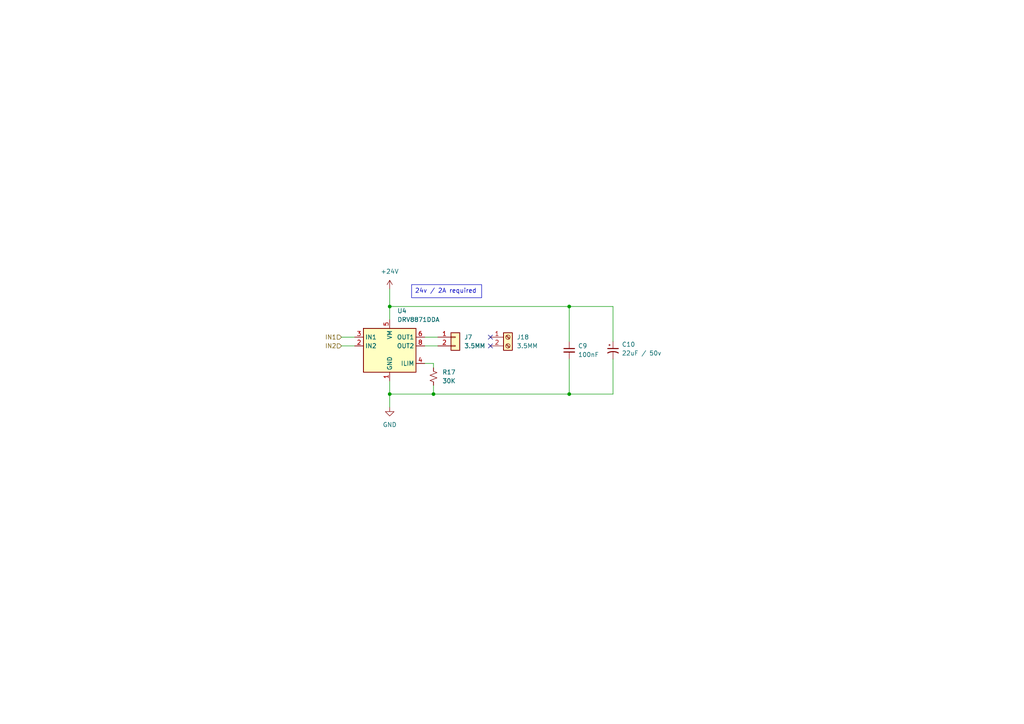
<source format=kicad_sch>
(kicad_sch (version 20250114) (generator "eeschema") (generator_version "9.0")
  (paper "A4")
  (lib_symbols
    (symbol "Connector:Screw_Terminal_01x02" (pin_names (offset 1.016) (hide yes))
      (property "Reference" "J" (at 0 2.54 0))
      (property "Value" "Screw_Terminal_01x02" (at 0 -5.08 0))
      (symbol "Screw_Terminal_01x02_1_1"
        (rectangle (start -1.27 1.27) (end 1.27 -3.81) (stroke (width 0.254)) (fill (type background)))
        (polyline (pts (xy -0.5334 0.3302) (xy 0.3302 -0.508)) (stroke (width 0.1524)))
        (polyline (pts (xy -0.5334 -2.2098) (xy 0.3302 -3.048)) (stroke (width 0.1524)))
        (polyline (pts (xy -0.3556 0.508) (xy 0.508 -0.3302)) (stroke (width 0.1524)))
        (polyline (pts (xy -0.3556 -2.032) (xy 0.508 -2.8702)) (stroke (width 0.1524)))
        (circle (center 0 0) (radius 0.635) (stroke (width 0.1524)))
        (circle (center 0 -2.54) (radius 0.635) (stroke (width 0.1524)))
        (pin passive line (at -5.08 0 0) (length 3.81) (name "Pin_1") (number "1"))
        (pin passive line (at -5.08 -2.54 0) (length 3.81) (name "Pin_2") (number "2"))
      )
    )
    (symbol "Connector_Generic:Conn_01x02" (pin_names (offset 1.016) (hide yes))
      (property "Reference" "J" (at 0 2.54 0))
      (property "Value" "Conn_01x02" (at 0 -5.08 0))
      (symbol "Conn_01x02_1_1"
        (rectangle (start -1.27 1.27) (end 1.27 -3.81) (stroke (width 0.254)) (fill (type background)))
        (rectangle (start -1.27 0.127) (end 0 -0.127) (stroke (width 0.1524)))
        (rectangle (start -1.27 -2.413) (end 0 -2.667) (stroke (width 0.1524)))
        (pin passive line (at -5.08 0 0) (length 3.81) (name "Pin_1") (number "1"))
        (pin passive line (at -5.08 -2.54 0) (length 3.81) (name "Pin_2") (number "2"))
      )
    )
    (symbol "Device:C_Polarized_Small_US" (pin_numbers (hide yes)) (pin_names (offset 0.254) (hide yes))
      (property "Reference" "C" (at 0.254 1.778 0))
      (property "Value" "C_Polarized_Small_US" (at 0.254 -2.032 0))
      (symbol "C_Polarized_Small_US_0_1"
        (polyline (pts (xy -1.524 0.508) (xy 1.524 0.508)) (stroke (width 0.3048)))
        (polyline (pts (xy -1.27 1.524) (xy -0.762 1.524)))
        (polyline (pts (xy -1.016 1.27) (xy -1.016 1.778)))
        (arc (start -1.524 -0.762) (mid 0 -0.3734) (end 1.524 -0.762) (stroke (width 0.3048)))
      )
      (symbol "C_Polarized_Small_US_1_1"
        (pin passive line (at 0 2.54 270) (length 2.032) (name "~") (number "1"))
        (pin passive line (at 0 -2.54 90) (length 2.032) (name "~") (number "2"))
      )
    )
    (symbol "Device:C_Small" (pin_numbers (hide yes)) (pin_names (offset 0.254) (hide yes))
      (property "Reference" "C" (at 0.254 1.778 0))
      (property "Value" "C_Small" (at 0.254 -2.032 0))
      (symbol "C_Small_0_1"
        (polyline (pts (xy -1.524 0.508) (xy 1.524 0.508)) (stroke (width 0.3048)))
        (polyline (pts (xy -1.524 -0.508) (xy 1.524 -0.508)) (stroke (width 0.3302)))
      )
      (symbol "C_Small_1_1"
        (pin passive line (at 0 2.54 270) (length 2.032) (name "~") (number "1"))
        (pin passive line (at 0 -2.54 90) (length 2.032) (name "~") (number "2"))
      )
    )
    (symbol "Device:R_Small_US" (pin_numbers (hide yes)) (pin_names (offset 0.254) (hide yes))
      (property "Reference" "R" (at 0.762 0.508 0))
      (property "Value" "R_Small_US" (at 0.762 -1.016 0))
      (symbol "R_Small_US_1_1"
        (polyline (pts (xy 0 1.524) (xy 1.016 1.143) (xy 0 0.762) (xy -1.016 0.381) (xy 0 0)))
        (polyline (pts (xy 0 0) (xy 1.016 -0.381) (xy 0 -0.762) (xy -1.016 -1.143) (xy 0 -1.524)))
        (pin passive line (at 0 2.54 270) (length 1.016) (name "~") (number "1"))
        (pin passive line (at 0 -2.54 90) (length 1.016) (name "~") (number "2"))
      )
    )
    (symbol "Driver_Motor:DRV8871DDA"
      (property "Reference" "U" (at -6.35 6.35 0))
      (property "Value" "DRV8871DDA" (at 8.89 6.35 0))
      (symbol "DRV8871DDA_0_1"
        (rectangle (start -7.62 5.08) (end 7.62 -7.62) (stroke (width 0.254)) (fill (type background)))
      )
      (symbol "DRV8871DDA_1_1"
        (pin input line (at -10.16 2.54 0) (length 2.54) (name "IN1") (number "3"))
        (pin input line (at -10.16 0 0) (length 2.54) (name "IN2") (number "2"))
        (pin power_in line (at 0 7.62 270) (length 2.54) (name "VM") (number "5"))
        (pin power_in line (at 0 -10.16 90) (length 2.54) (name "GND") (number "1"))
        (pin passive line (at 0 -10.16 90) (length 2.54) (hide yes) (name "GND") (number "7"))
        (pin passive line (at 0 -10.16 90) (length 2.54) (hide yes) (name "GND") (number "9"))
        (pin output line (at 10.16 2.54 180) (length 2.54) (name "OUT1") (number "6"))
        (pin output line (at 10.16 0 180) (length 2.54) (name "OUT2") (number "8"))
        (pin passive line (at 10.16 -5.08 180) (length 2.54) (name "ILIM") (number "4"))
      )
    )
    (symbol "power:+24V" (power) (pin_numbers (hide yes)) (pin_names (offset 0) (hide yes))
      (property "Value" "+24V" (at 0 3.556 0))
      (symbol "+24V_0_1"
        (polyline (pts (xy -0.762 1.27) (xy 0 2.54)))
        (polyline (pts (xy 0 2.54) (xy 0.762 1.27)))
        (polyline (pts (xy 0 0) (xy 0 2.54)))
      )
      (symbol "+24V_1_1"
        (pin power_in line (at 0 0 90) (length 0) (name "~") (number "1"))
      )
    )
    (symbol "power:GND" (power) (pin_numbers (hide yes)) (pin_names (offset 0) (hide yes))
      (property "Value" "GND" (at 0 -3.81 0))
      (symbol "GND_0_1"
        (polyline (pts (xy 0 0) (xy 0 -1.27) (xy 1.27 -1.27) (xy 0 -2.54) (xy -1.27 -1.27) (xy 0 -1.27)))
      )
      (symbol "GND_1_1"
        (pin power_in line (at 0 0 270) (length 0) (name "~") (number "1"))
      )
    )
  )
  (text_box "24v / 2A required" (at 119.38 82.55 0) (size 20.32 3.81) (margins 0.9525 0.9525 0.9525 0.9525) (effects (font (size 1.27 1.27)) (justify left top)))
  (junction (at 125.73 114.3))
  (junction (at 113.03 88.9))
  (junction (at 165.1 114.3))
  (junction (at 113.03 114.3))
  (junction (at 165.1 88.9))
  (no_connect (at 142.24 100.33))
  (no_connect (at 142.24 97.79))
  (wire (pts (xy 99.06 97.79) (xy 102.87 97.79)))
  (wire (pts (xy 125.73 114.3) (xy 165.1 114.3)))
  (wire (pts (xy 177.8 104.14) (xy 177.8 114.3)))
  (wire (pts (xy 177.8 88.9) (xy 177.8 99.06)))
  (wire (pts (xy 123.19 100.33) (xy 127 100.33)))
  (wire (pts (xy 177.8 114.3) (xy 165.1 114.3)))
  (wire (pts (xy 113.03 88.9) (xy 165.1 88.9)))
  (wire (pts (xy 123.19 105.41) (xy 125.73 105.41)))
  (wire (pts (xy 165.1 88.9) (xy 177.8 88.9)))
  (wire (pts (xy 123.19 97.79) (xy 127 97.79)))
  (wire (pts (xy 113.03 88.9) (xy 113.03 92.71)))
  (wire (pts (xy 99.06 100.33) (xy 102.87 100.33)))
  (wire (pts (xy 165.1 114.3) (xy 165.1 104.14)))
  (wire (pts (xy 113.03 110.49) (xy 113.03 114.3)))
  (wire (pts (xy 113.03 114.3) (xy 113.03 118.11)))
  (wire (pts (xy 113.03 114.3) (xy 125.73 114.3)))
  (wire (pts (xy 113.03 83.82) (xy 113.03 88.9)))
  (wire (pts (xy 125.73 111.76) (xy 125.73 114.3)))
  (wire (pts (xy 125.73 105.41) (xy 125.73 106.68)))
  (wire (pts (xy 165.1 88.9) (xy 165.1 99.06)))
  (hierarchical_label "IN2" (shape input) (at 99.06 100.33 180))
  (hierarchical_label "IN1" (shape input) (at 99.06 97.79 180))
  (symbol (lib_id "power:GND") (at 113.03 118.11 0) (unit 1)
    (property "Reference" "#PWR023" (effects (hide yes)))
    (property "Value" "GND" (at 113.03 123.19 0))
    (property "Description" "Power symbol creates a global label with name \"GND\" , ground" (effects (hide yes)))
  )
  (symbol (lib_id "Device:C_Polarized_Small_US") (at 177.8 101.6 0) (unit 1)
    (property "Reference" "C10" (at 180.34 99.8981 0) (effects (justify left)))
    (property "Value" "22uF / 50v" (at 180.34 102.4381 0) (effects (justify left)))
    (property "Footprint" "Capacitor_SMD:CP_Elec_6.3x5.4" (effects (hide yes)))
    (property "Description" "Polarized capacitor, small US symbol" (effects (hide yes)))
    (property "LCSC" "C72505" (effects (hide yes)))
  )
  (symbol (lib_id "Device:C_Small") (at 165.1 101.6 0) (unit 1)
    (property "Reference" "C9" (at 167.64 100.3363 0) (effects (justify left)))
    (property "Value" "100nF" (at 167.64 102.8763 0) (effects (justify left)))
    (property "Footprint" "Capacitor_SMD:C_0805_2012Metric_Pad1.18x1.45mm_HandSolder" (effects (hide yes)))
    (property "LCSC" "C49678" (effects (hide yes)))
  )
  (symbol (lib_id "Connector_Generic:Conn_01x02") (at 132.08 97.79 0) (unit 1)
    (property "Reference" "J7" (at 134.62 97.7899 0) (effects (justify left)))
    (property "Value" "3.5MM" (at 134.62 100.3299 0) (effects (justify left)))
    (property "Footprint" "Connector_Phoenix_MC:PhoenixContact_MC_1,5_2-G-3.5_1x02_P3.50mm_Horizontal" (effects (hide yes)))
    (property "Description" "Generic connector, single row, 01x02, script generated (kicad-library-utils/schlib/autogen/connector/)" (effects (hide yes)))
    (property "LCSC" "C5188295" (effects (hide yes)))
  )
  (symbol (lib_id "Connector:Screw_Terminal_01x02") (at 147.32 97.79 0) (unit 1) (on_board no)
    (property "Reference" "J18" (at 149.86 97.7899 0) (effects (justify left)))
    (property "Value" "3.5MM" (at 149.86 100.3299 0) (effects (justify left)))
    (property "Description" "Generic screw terminal, single row, 01x02, script generated (kicad-library-utils/schlib/autogen/connector/)" (effects (hide yes)))
    (property "LCSC" "C5188249" (effects (hide yes)))
  )
  (symbol (lib_id "power:+24V") (at 113.03 83.82 0) (unit 1)
    (property "Reference" "#PWR022" (effects (hide yes)))
    (property "Value" "+24V" (at 113.03 78.74 0))
    (property "Description" "Power symbol creates a global label with name \"+24V\"" (effects (hide yes)))
  )
  (symbol (lib_id "Device:R_Small_US") (at 125.73 109.22 180) (unit 1)
    (property "Reference" "R17" (at 128.27 107.9499 0) (effects (justify right)))
    (property "Value" "30K" (at 128.27 110.4899 0) (effects (justify right)))
    (property "Footprint" "Resistor_SMD:R_0805_2012Metric_Pad1.20x1.40mm_HandSolder" (effects (hide yes)))
    (property "LCSC" "C126352" (effects (hide yes)))
  )
  (symbol (lib_id "Driver_Motor:DRV8871DDA") (at 113.03 100.33 0) (unit 1)
    (property "Reference" "U4" (at 115.2241 90.17 0) (effects (justify left)))
    (property "Value" "DRV8871DDA" (at 115.2241 92.71 0) (effects (justify left)))
    (property "Footprint" "Package_SO:Texas_HTSOP-8-1EP_3.9x4.9mm_P1.27mm_EP2.95x4.9mm_Mask2.4x3.1mm_ThermalVias" (effects (hide yes)))
    (property "Datasheet" "http://www.ti.com/lit/ds/symlink/drv8871.pdf" (effects (hide yes)))
    (property "Description" "Brushed DC Motor Driver, PWM Control, 45V, 3.6A, Current limiting, HTSOP-8" (effects (hide yes)))
    (property "Mouser" " 595-DRV8871DDAR " (effects (hide yes)))
  )
)
</source>
